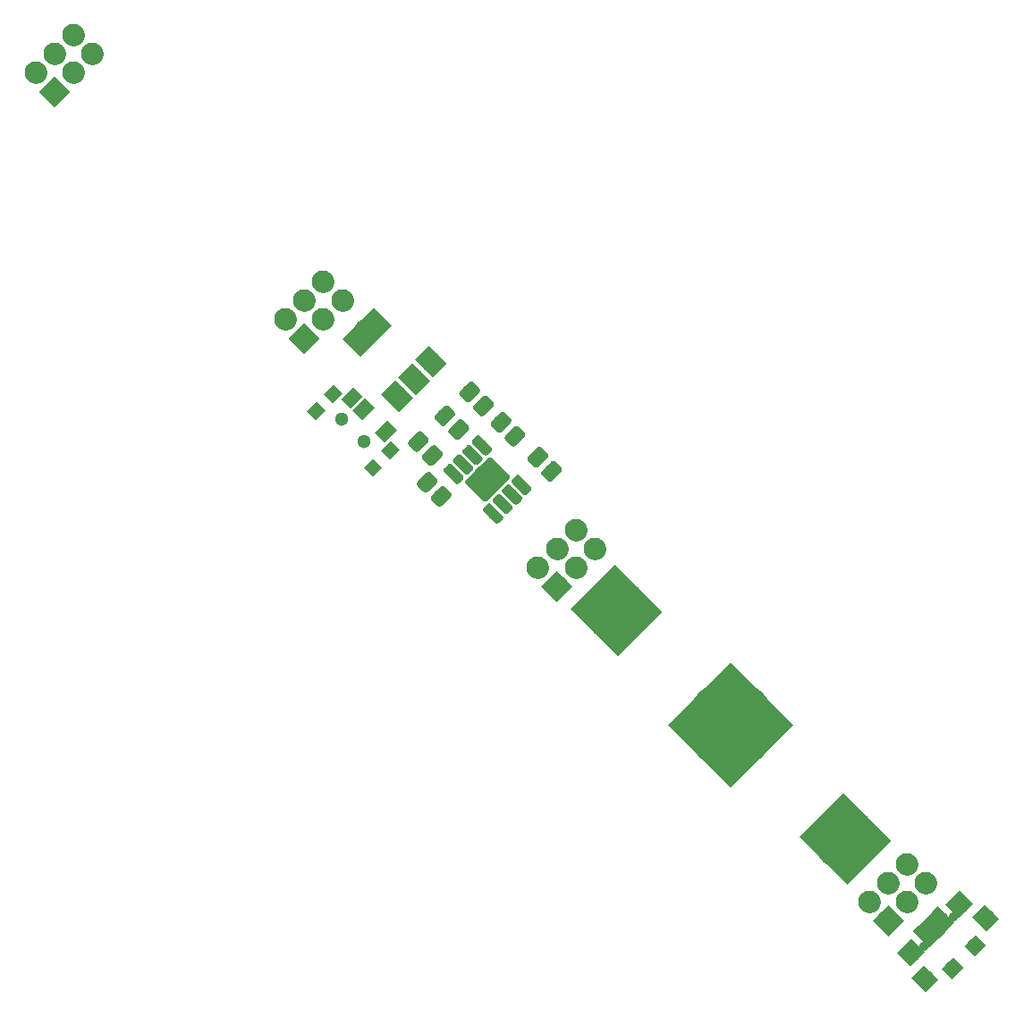
<source format=gbr>
G04 #@! TF.GenerationSoftware,KiCad,Pcbnew,5.1.2*
G04 #@! TF.CreationDate,2019-06-28T17:21:03-05:00*
G04 #@! TF.ProjectId,BatteryTotem,42617474-6572-4795-946f-74656d2e6b69,rev?*
G04 #@! TF.SameCoordinates,Original*
G04 #@! TF.FileFunction,Soldermask,Bot*
G04 #@! TF.FilePolarity,Negative*
%FSLAX46Y46*%
G04 Gerber Fmt 4.6, Leading zero omitted, Abs format (unit mm)*
G04 Created by KiCad (PCBNEW 5.1.2) date 2019-06-28 17:21:03*
%MOMM*%
%LPD*%
G04 APERTURE LIST*
%ADD10C,2.100000*%
%ADD11C,2.100000*%
%ADD12C,0.100000*%
%ADD13C,1.200000*%
%ADD14C,1.300000*%
%ADD15C,1.375000*%
%ADD16C,1.400000*%
%ADD17C,1.750000*%
%ADD18C,0.900000*%
%ADD19C,0.800000*%
%ADD20C,1.800000*%
%ADD21C,2.810000*%
%ADD22C,1.000000*%
%ADD23C,2.400000*%
%ADD24C,1.900000*%
%ADD25C,5.900000*%
%ADD26C,8.400000*%
G04 APERTURE END LIST*
D10*
X174246051Y-116328948D03*
D11*
X174246051Y-116328948D02*
X174246051Y-116328948D01*
D10*
X176042102Y-118125000D03*
D11*
X176042102Y-118125000D02*
X176042102Y-118125000D01*
D10*
X172450000Y-118125000D03*
D11*
X172450000Y-118125000D02*
X172450000Y-118125000D01*
D10*
X174246051Y-119921051D03*
D11*
X174246051Y-119921051D02*
X174246051Y-119921051D01*
D10*
X170653949Y-119921051D03*
D11*
X170653949Y-119921051D02*
X170653949Y-119921051D01*
D10*
X172450000Y-121717102D03*
D12*
G36*
X173934924Y-121717102D02*
G01*
X172450000Y-123202026D01*
X170965076Y-121717102D01*
X172450000Y-120232178D01*
X173934924Y-121717102D01*
X173934924Y-121717102D01*
G37*
D10*
X141075000Y-90042102D03*
D12*
G36*
X142559924Y-90042102D02*
G01*
X141075000Y-91527026D01*
X139590076Y-90042102D01*
X141075000Y-88557178D01*
X142559924Y-90042102D01*
X142559924Y-90042102D01*
G37*
D10*
X139278949Y-88246051D03*
D11*
X139278949Y-88246051D02*
X139278949Y-88246051D01*
D10*
X142871051Y-88246051D03*
D11*
X142871051Y-88246051D02*
X142871051Y-88246051D01*
D10*
X141075000Y-86450000D03*
D11*
X141075000Y-86450000D02*
X141075000Y-86450000D01*
D10*
X144667102Y-86450000D03*
D11*
X144667102Y-86450000D02*
X144667102Y-86450000D01*
D10*
X142871051Y-84653948D03*
D11*
X142871051Y-84653948D02*
X142871051Y-84653948D01*
D10*
X117175000Y-66525000D03*
D12*
G36*
X118659924Y-66525000D02*
G01*
X117175000Y-68009924D01*
X115690076Y-66525000D01*
X117175000Y-65040076D01*
X118659924Y-66525000D01*
X118659924Y-66525000D01*
G37*
D10*
X115378949Y-64728949D03*
D11*
X115378949Y-64728949D02*
X115378949Y-64728949D01*
D10*
X118971051Y-64728949D03*
D11*
X118971051Y-64728949D02*
X118971051Y-64728949D01*
D10*
X117175000Y-62932898D03*
D11*
X117175000Y-62932898D02*
X117175000Y-62932898D01*
D10*
X120767102Y-62932898D03*
D11*
X120767102Y-62932898D02*
X120767102Y-62932898D01*
D10*
X118971051Y-61136846D03*
D11*
X118971051Y-61136846D02*
X118971051Y-61136846D01*
D10*
X95321051Y-37778948D03*
D11*
X95321051Y-37778948D02*
X95321051Y-37778948D01*
D10*
X97117102Y-39575000D03*
D11*
X97117102Y-39575000D02*
X97117102Y-39575000D01*
D10*
X93525000Y-39575000D03*
D11*
X93525000Y-39575000D02*
X93525000Y-39575000D01*
D10*
X95321051Y-41371051D03*
D11*
X95321051Y-41371051D02*
X95321051Y-41371051D01*
D10*
X91728949Y-41371051D03*
D11*
X91728949Y-41371051D02*
X91728949Y-41371051D01*
D10*
X93525000Y-43167102D03*
D12*
G36*
X95009924Y-43167102D02*
G01*
X93525000Y-44652026D01*
X92040076Y-43167102D01*
X93525000Y-41682178D01*
X95009924Y-43167102D01*
X95009924Y-43167102D01*
G37*
D13*
X118302549Y-73384099D03*
D12*
G36*
X117418666Y-73419454D02*
G01*
X118337904Y-72500216D01*
X119186432Y-73348744D01*
X118267194Y-74267982D01*
X117418666Y-73419454D01*
X117418666Y-73419454D01*
G37*
D13*
X123676561Y-78758111D03*
D12*
G36*
X122792678Y-78793466D02*
G01*
X123711916Y-77874228D01*
X124560444Y-78722756D01*
X123641206Y-79641994D01*
X122792678Y-78793466D01*
X122792678Y-78793466D01*
G37*
D13*
X125309978Y-77138836D03*
D12*
G36*
X124426095Y-77174191D02*
G01*
X125345333Y-76254953D01*
X126193861Y-77103481D01*
X125274623Y-78022719D01*
X124426095Y-77174191D01*
X124426095Y-77174191D01*
G37*
D13*
X119928895Y-71757753D03*
D12*
G36*
X119045012Y-71793108D02*
G01*
X119964250Y-70873870D01*
X120812778Y-71722398D01*
X119893540Y-72641636D01*
X119045012Y-71793108D01*
X119045012Y-71793108D01*
G37*
D14*
X121714340Y-72164340D03*
D12*
G36*
X120671357Y-72288084D02*
G01*
X121838084Y-71121357D01*
X122757323Y-72040596D01*
X121590596Y-73207323D01*
X120671357Y-72288084D01*
X120671357Y-72288084D01*
G37*
D14*
X122775000Y-73225000D03*
D12*
G36*
X121732017Y-73348744D02*
G01*
X122898744Y-72182017D01*
X123817983Y-73101256D01*
X122651256Y-74267983D01*
X121732017Y-73348744D01*
X121732017Y-73348744D01*
G37*
D14*
X124896320Y-75346320D03*
D12*
G36*
X123853337Y-75470064D02*
G01*
X125020064Y-74303337D01*
X125939303Y-75222576D01*
X124772576Y-76389303D01*
X123853337Y-75470064D01*
X123853337Y-75470064D01*
G37*
D14*
X122863388Y-76318592D03*
X120742068Y-74197272D03*
D12*
G36*
X133008127Y-70620683D02*
G01*
X133041496Y-70625633D01*
X133074219Y-70633830D01*
X133105981Y-70645194D01*
X133136477Y-70659618D01*
X133165411Y-70676960D01*
X133192507Y-70697056D01*
X133217502Y-70719710D01*
X133703638Y-71205846D01*
X133726292Y-71230841D01*
X133746388Y-71257937D01*
X133763730Y-71286871D01*
X133778154Y-71317367D01*
X133789518Y-71349129D01*
X133797715Y-71381852D01*
X133802665Y-71415221D01*
X133804320Y-71448914D01*
X133802665Y-71482607D01*
X133797715Y-71515976D01*
X133789518Y-71548699D01*
X133778154Y-71580461D01*
X133763730Y-71610957D01*
X133746388Y-71639891D01*
X133726292Y-71666987D01*
X133703638Y-71691982D01*
X132916982Y-72478638D01*
X132891987Y-72501292D01*
X132864891Y-72521388D01*
X132835957Y-72538730D01*
X132805461Y-72553154D01*
X132773699Y-72564518D01*
X132740976Y-72572715D01*
X132707607Y-72577665D01*
X132673914Y-72579320D01*
X132640221Y-72577665D01*
X132606852Y-72572715D01*
X132574129Y-72564518D01*
X132542367Y-72553154D01*
X132511871Y-72538730D01*
X132482937Y-72521388D01*
X132455841Y-72501292D01*
X132430846Y-72478638D01*
X131944710Y-71992502D01*
X131922056Y-71967507D01*
X131901960Y-71940411D01*
X131884618Y-71911477D01*
X131870194Y-71880981D01*
X131858830Y-71849219D01*
X131850633Y-71816496D01*
X131845683Y-71783127D01*
X131844028Y-71749434D01*
X131845683Y-71715741D01*
X131850633Y-71682372D01*
X131858830Y-71649649D01*
X131870194Y-71617887D01*
X131884618Y-71587391D01*
X131901960Y-71558457D01*
X131922056Y-71531361D01*
X131944710Y-71506366D01*
X132731366Y-70719710D01*
X132756361Y-70697056D01*
X132783457Y-70676960D01*
X132812391Y-70659618D01*
X132842887Y-70645194D01*
X132874649Y-70633830D01*
X132907372Y-70625633D01*
X132940741Y-70620683D01*
X132974434Y-70619028D01*
X133008127Y-70620683D01*
X133008127Y-70620683D01*
G37*
D15*
X132824174Y-71599174D03*
D12*
G36*
X134333953Y-71946509D02*
G01*
X134367322Y-71951459D01*
X134400045Y-71959656D01*
X134431807Y-71971020D01*
X134462303Y-71985444D01*
X134491237Y-72002786D01*
X134518333Y-72022882D01*
X134543328Y-72045536D01*
X135029464Y-72531672D01*
X135052118Y-72556667D01*
X135072214Y-72583763D01*
X135089556Y-72612697D01*
X135103980Y-72643193D01*
X135115344Y-72674955D01*
X135123541Y-72707678D01*
X135128491Y-72741047D01*
X135130146Y-72774740D01*
X135128491Y-72808433D01*
X135123541Y-72841802D01*
X135115344Y-72874525D01*
X135103980Y-72906287D01*
X135089556Y-72936783D01*
X135072214Y-72965717D01*
X135052118Y-72992813D01*
X135029464Y-73017808D01*
X134242808Y-73804464D01*
X134217813Y-73827118D01*
X134190717Y-73847214D01*
X134161783Y-73864556D01*
X134131287Y-73878980D01*
X134099525Y-73890344D01*
X134066802Y-73898541D01*
X134033433Y-73903491D01*
X133999740Y-73905146D01*
X133966047Y-73903491D01*
X133932678Y-73898541D01*
X133899955Y-73890344D01*
X133868193Y-73878980D01*
X133837697Y-73864556D01*
X133808763Y-73847214D01*
X133781667Y-73827118D01*
X133756672Y-73804464D01*
X133270536Y-73318328D01*
X133247882Y-73293333D01*
X133227786Y-73266237D01*
X133210444Y-73237303D01*
X133196020Y-73206807D01*
X133184656Y-73175045D01*
X133176459Y-73142322D01*
X133171509Y-73108953D01*
X133169854Y-73075260D01*
X133171509Y-73041567D01*
X133176459Y-73008198D01*
X133184656Y-72975475D01*
X133196020Y-72943713D01*
X133210444Y-72913217D01*
X133227786Y-72884283D01*
X133247882Y-72857187D01*
X133270536Y-72832192D01*
X134057192Y-72045536D01*
X134082187Y-72022882D01*
X134109283Y-72002786D01*
X134138217Y-71985444D01*
X134168713Y-71971020D01*
X134200475Y-71959656D01*
X134233198Y-71951459D01*
X134266567Y-71946509D01*
X134300260Y-71944854D01*
X134333953Y-71946509D01*
X134333953Y-71946509D01*
G37*
D15*
X134150000Y-72925000D03*
D12*
G36*
X128158127Y-75320683D02*
G01*
X128191496Y-75325633D01*
X128224219Y-75333830D01*
X128255981Y-75345194D01*
X128286477Y-75359618D01*
X128315411Y-75376960D01*
X128342507Y-75397056D01*
X128367502Y-75419710D01*
X128853638Y-75905846D01*
X128876292Y-75930841D01*
X128896388Y-75957937D01*
X128913730Y-75986871D01*
X128928154Y-76017367D01*
X128939518Y-76049129D01*
X128947715Y-76081852D01*
X128952665Y-76115221D01*
X128954320Y-76148914D01*
X128952665Y-76182607D01*
X128947715Y-76215976D01*
X128939518Y-76248699D01*
X128928154Y-76280461D01*
X128913730Y-76310957D01*
X128896388Y-76339891D01*
X128876292Y-76366987D01*
X128853638Y-76391982D01*
X128066982Y-77178638D01*
X128041987Y-77201292D01*
X128014891Y-77221388D01*
X127985957Y-77238730D01*
X127955461Y-77253154D01*
X127923699Y-77264518D01*
X127890976Y-77272715D01*
X127857607Y-77277665D01*
X127823914Y-77279320D01*
X127790221Y-77277665D01*
X127756852Y-77272715D01*
X127724129Y-77264518D01*
X127692367Y-77253154D01*
X127661871Y-77238730D01*
X127632937Y-77221388D01*
X127605841Y-77201292D01*
X127580846Y-77178638D01*
X127094710Y-76692502D01*
X127072056Y-76667507D01*
X127051960Y-76640411D01*
X127034618Y-76611477D01*
X127020194Y-76580981D01*
X127008830Y-76549219D01*
X127000633Y-76516496D01*
X126995683Y-76483127D01*
X126994028Y-76449434D01*
X126995683Y-76415741D01*
X127000633Y-76382372D01*
X127008830Y-76349649D01*
X127020194Y-76317887D01*
X127034618Y-76287391D01*
X127051960Y-76258457D01*
X127072056Y-76231361D01*
X127094710Y-76206366D01*
X127881366Y-75419710D01*
X127906361Y-75397056D01*
X127933457Y-75376960D01*
X127962391Y-75359618D01*
X127992887Y-75345194D01*
X128024649Y-75333830D01*
X128057372Y-75325633D01*
X128090741Y-75320683D01*
X128124434Y-75319028D01*
X128158127Y-75320683D01*
X128158127Y-75320683D01*
G37*
D15*
X127974174Y-76299174D03*
D12*
G36*
X129483953Y-76646509D02*
G01*
X129517322Y-76651459D01*
X129550045Y-76659656D01*
X129581807Y-76671020D01*
X129612303Y-76685444D01*
X129641237Y-76702786D01*
X129668333Y-76722882D01*
X129693328Y-76745536D01*
X130179464Y-77231672D01*
X130202118Y-77256667D01*
X130222214Y-77283763D01*
X130239556Y-77312697D01*
X130253980Y-77343193D01*
X130265344Y-77374955D01*
X130273541Y-77407678D01*
X130278491Y-77441047D01*
X130280146Y-77474740D01*
X130278491Y-77508433D01*
X130273541Y-77541802D01*
X130265344Y-77574525D01*
X130253980Y-77606287D01*
X130239556Y-77636783D01*
X130222214Y-77665717D01*
X130202118Y-77692813D01*
X130179464Y-77717808D01*
X129392808Y-78504464D01*
X129367813Y-78527118D01*
X129340717Y-78547214D01*
X129311783Y-78564556D01*
X129281287Y-78578980D01*
X129249525Y-78590344D01*
X129216802Y-78598541D01*
X129183433Y-78603491D01*
X129149740Y-78605146D01*
X129116047Y-78603491D01*
X129082678Y-78598541D01*
X129049955Y-78590344D01*
X129018193Y-78578980D01*
X128987697Y-78564556D01*
X128958763Y-78547214D01*
X128931667Y-78527118D01*
X128906672Y-78504464D01*
X128420536Y-78018328D01*
X128397882Y-77993333D01*
X128377786Y-77966237D01*
X128360444Y-77937303D01*
X128346020Y-77906807D01*
X128334656Y-77875045D01*
X128326459Y-77842322D01*
X128321509Y-77808953D01*
X128319854Y-77775260D01*
X128321509Y-77741567D01*
X128326459Y-77708198D01*
X128334656Y-77675475D01*
X128346020Y-77643713D01*
X128360444Y-77613217D01*
X128377786Y-77584283D01*
X128397882Y-77557187D01*
X128420536Y-77532192D01*
X129207192Y-76745536D01*
X129232187Y-76722882D01*
X129259283Y-76702786D01*
X129288217Y-76685444D01*
X129318713Y-76671020D01*
X129350475Y-76659656D01*
X129383198Y-76651459D01*
X129416567Y-76646509D01*
X129450260Y-76644854D01*
X129483953Y-76646509D01*
X129483953Y-76646509D01*
G37*
D15*
X129300000Y-77625000D03*
D12*
G36*
X140783953Y-78146509D02*
G01*
X140817322Y-78151459D01*
X140850045Y-78159656D01*
X140881807Y-78171020D01*
X140912303Y-78185444D01*
X140941237Y-78202786D01*
X140968333Y-78222882D01*
X140993328Y-78245536D01*
X141479464Y-78731672D01*
X141502118Y-78756667D01*
X141522214Y-78783763D01*
X141539556Y-78812697D01*
X141553980Y-78843193D01*
X141565344Y-78874955D01*
X141573541Y-78907678D01*
X141578491Y-78941047D01*
X141580146Y-78974740D01*
X141578491Y-79008433D01*
X141573541Y-79041802D01*
X141565344Y-79074525D01*
X141553980Y-79106287D01*
X141539556Y-79136783D01*
X141522214Y-79165717D01*
X141502118Y-79192813D01*
X141479464Y-79217808D01*
X140692808Y-80004464D01*
X140667813Y-80027118D01*
X140640717Y-80047214D01*
X140611783Y-80064556D01*
X140581287Y-80078980D01*
X140549525Y-80090344D01*
X140516802Y-80098541D01*
X140483433Y-80103491D01*
X140449740Y-80105146D01*
X140416047Y-80103491D01*
X140382678Y-80098541D01*
X140349955Y-80090344D01*
X140318193Y-80078980D01*
X140287697Y-80064556D01*
X140258763Y-80047214D01*
X140231667Y-80027118D01*
X140206672Y-80004464D01*
X139720536Y-79518328D01*
X139697882Y-79493333D01*
X139677786Y-79466237D01*
X139660444Y-79437303D01*
X139646020Y-79406807D01*
X139634656Y-79375045D01*
X139626459Y-79342322D01*
X139621509Y-79308953D01*
X139619854Y-79275260D01*
X139621509Y-79241567D01*
X139626459Y-79208198D01*
X139634656Y-79175475D01*
X139646020Y-79143713D01*
X139660444Y-79113217D01*
X139677786Y-79084283D01*
X139697882Y-79057187D01*
X139720536Y-79032192D01*
X140507192Y-78245536D01*
X140532187Y-78222882D01*
X140559283Y-78202786D01*
X140588217Y-78185444D01*
X140618713Y-78171020D01*
X140650475Y-78159656D01*
X140683198Y-78151459D01*
X140716567Y-78146509D01*
X140750260Y-78144854D01*
X140783953Y-78146509D01*
X140783953Y-78146509D01*
G37*
D15*
X140600000Y-79125000D03*
D12*
G36*
X139458127Y-76820683D02*
G01*
X139491496Y-76825633D01*
X139524219Y-76833830D01*
X139555981Y-76845194D01*
X139586477Y-76859618D01*
X139615411Y-76876960D01*
X139642507Y-76897056D01*
X139667502Y-76919710D01*
X140153638Y-77405846D01*
X140176292Y-77430841D01*
X140196388Y-77457937D01*
X140213730Y-77486871D01*
X140228154Y-77517367D01*
X140239518Y-77549129D01*
X140247715Y-77581852D01*
X140252665Y-77615221D01*
X140254320Y-77648914D01*
X140252665Y-77682607D01*
X140247715Y-77715976D01*
X140239518Y-77748699D01*
X140228154Y-77780461D01*
X140213730Y-77810957D01*
X140196388Y-77839891D01*
X140176292Y-77866987D01*
X140153638Y-77891982D01*
X139366982Y-78678638D01*
X139341987Y-78701292D01*
X139314891Y-78721388D01*
X139285957Y-78738730D01*
X139255461Y-78753154D01*
X139223699Y-78764518D01*
X139190976Y-78772715D01*
X139157607Y-78777665D01*
X139123914Y-78779320D01*
X139090221Y-78777665D01*
X139056852Y-78772715D01*
X139024129Y-78764518D01*
X138992367Y-78753154D01*
X138961871Y-78738730D01*
X138932937Y-78721388D01*
X138905841Y-78701292D01*
X138880846Y-78678638D01*
X138394710Y-78192502D01*
X138372056Y-78167507D01*
X138351960Y-78140411D01*
X138334618Y-78111477D01*
X138320194Y-78080981D01*
X138308830Y-78049219D01*
X138300633Y-78016496D01*
X138295683Y-77983127D01*
X138294028Y-77949434D01*
X138295683Y-77915741D01*
X138300633Y-77882372D01*
X138308830Y-77849649D01*
X138320194Y-77817887D01*
X138334618Y-77787391D01*
X138351960Y-77758457D01*
X138372056Y-77731361D01*
X138394710Y-77706366D01*
X139181366Y-76919710D01*
X139206361Y-76897056D01*
X139233457Y-76876960D01*
X139262391Y-76859618D01*
X139292887Y-76845194D01*
X139324649Y-76833830D01*
X139357372Y-76825633D01*
X139390741Y-76820683D01*
X139424434Y-76819028D01*
X139458127Y-76820683D01*
X139458127Y-76820683D01*
G37*
D15*
X139274174Y-77799174D03*
D12*
G36*
X131984779Y-74197335D02*
G01*
X132018148Y-74202285D01*
X132050871Y-74210482D01*
X132082633Y-74221846D01*
X132113129Y-74236270D01*
X132142063Y-74253612D01*
X132169159Y-74273708D01*
X132194154Y-74296362D01*
X132680290Y-74782498D01*
X132702944Y-74807493D01*
X132723040Y-74834589D01*
X132740382Y-74863523D01*
X132754806Y-74894019D01*
X132766170Y-74925781D01*
X132774367Y-74958504D01*
X132779317Y-74991873D01*
X132780972Y-75025566D01*
X132779317Y-75059259D01*
X132774367Y-75092628D01*
X132766170Y-75125351D01*
X132754806Y-75157113D01*
X132740382Y-75187609D01*
X132723040Y-75216543D01*
X132702944Y-75243639D01*
X132680290Y-75268634D01*
X131893634Y-76055290D01*
X131868639Y-76077944D01*
X131841543Y-76098040D01*
X131812609Y-76115382D01*
X131782113Y-76129806D01*
X131750351Y-76141170D01*
X131717628Y-76149367D01*
X131684259Y-76154317D01*
X131650566Y-76155972D01*
X131616873Y-76154317D01*
X131583504Y-76149367D01*
X131550781Y-76141170D01*
X131519019Y-76129806D01*
X131488523Y-76115382D01*
X131459589Y-76098040D01*
X131432493Y-76077944D01*
X131407498Y-76055290D01*
X130921362Y-75569154D01*
X130898708Y-75544159D01*
X130878612Y-75517063D01*
X130861270Y-75488129D01*
X130846846Y-75457633D01*
X130835482Y-75425871D01*
X130827285Y-75393148D01*
X130822335Y-75359779D01*
X130820680Y-75326086D01*
X130822335Y-75292393D01*
X130827285Y-75259024D01*
X130835482Y-75226301D01*
X130846846Y-75194539D01*
X130861270Y-75164043D01*
X130878612Y-75135109D01*
X130898708Y-75108013D01*
X130921362Y-75083018D01*
X131708018Y-74296362D01*
X131733013Y-74273708D01*
X131760109Y-74253612D01*
X131789043Y-74236270D01*
X131819539Y-74221846D01*
X131851301Y-74210482D01*
X131884024Y-74202285D01*
X131917393Y-74197335D01*
X131951086Y-74195680D01*
X131984779Y-74197335D01*
X131984779Y-74197335D01*
G37*
D15*
X131800826Y-75175826D03*
D12*
G36*
X130658953Y-72871509D02*
G01*
X130692322Y-72876459D01*
X130725045Y-72884656D01*
X130756807Y-72896020D01*
X130787303Y-72910444D01*
X130816237Y-72927786D01*
X130843333Y-72947882D01*
X130868328Y-72970536D01*
X131354464Y-73456672D01*
X131377118Y-73481667D01*
X131397214Y-73508763D01*
X131414556Y-73537697D01*
X131428980Y-73568193D01*
X131440344Y-73599955D01*
X131448541Y-73632678D01*
X131453491Y-73666047D01*
X131455146Y-73699740D01*
X131453491Y-73733433D01*
X131448541Y-73766802D01*
X131440344Y-73799525D01*
X131428980Y-73831287D01*
X131414556Y-73861783D01*
X131397214Y-73890717D01*
X131377118Y-73917813D01*
X131354464Y-73942808D01*
X130567808Y-74729464D01*
X130542813Y-74752118D01*
X130515717Y-74772214D01*
X130486783Y-74789556D01*
X130456287Y-74803980D01*
X130424525Y-74815344D01*
X130391802Y-74823541D01*
X130358433Y-74828491D01*
X130324740Y-74830146D01*
X130291047Y-74828491D01*
X130257678Y-74823541D01*
X130224955Y-74815344D01*
X130193193Y-74803980D01*
X130162697Y-74789556D01*
X130133763Y-74772214D01*
X130106667Y-74752118D01*
X130081672Y-74729464D01*
X129595536Y-74243328D01*
X129572882Y-74218333D01*
X129552786Y-74191237D01*
X129535444Y-74162303D01*
X129521020Y-74131807D01*
X129509656Y-74100045D01*
X129501459Y-74067322D01*
X129496509Y-74033953D01*
X129494854Y-74000260D01*
X129496509Y-73966567D01*
X129501459Y-73933198D01*
X129509656Y-73900475D01*
X129521020Y-73868713D01*
X129535444Y-73838217D01*
X129552786Y-73809283D01*
X129572882Y-73782187D01*
X129595536Y-73757192D01*
X130382192Y-72970536D01*
X130407187Y-72947882D01*
X130434283Y-72927786D01*
X130463217Y-72910444D01*
X130493713Y-72896020D01*
X130525475Y-72884656D01*
X130558198Y-72876459D01*
X130591567Y-72871509D01*
X130625260Y-72869854D01*
X130658953Y-72871509D01*
X130658953Y-72871509D01*
G37*
D15*
X130475000Y-73850000D03*
D16*
X178572361Y-126205203D03*
D12*
G36*
X178607716Y-125179898D02*
G01*
X179597666Y-126169848D01*
X178537006Y-127230508D01*
X177547056Y-126240558D01*
X178607716Y-125179898D01*
X178607716Y-125179898D01*
G37*
D16*
X180693681Y-124083883D03*
D12*
G36*
X180729036Y-123058578D02*
G01*
X181718986Y-124048528D01*
X180658326Y-125109188D01*
X179668376Y-124119238D01*
X180729036Y-123058578D01*
X180729036Y-123058578D01*
G37*
D17*
X175917175Y-127191617D03*
D12*
G36*
X175864142Y-125901147D02*
G01*
X177207645Y-127244650D01*
X175970208Y-128482087D01*
X174626705Y-127138584D01*
X175864142Y-125901147D01*
X175864142Y-125901147D01*
G37*
D17*
X181680095Y-121428697D03*
D12*
G36*
X181627062Y-120138227D02*
G01*
X182970565Y-121481730D01*
X181733128Y-122719167D01*
X180389625Y-121375664D01*
X181627062Y-120138227D01*
X181627062Y-120138227D01*
G37*
D18*
X175814645Y-124154594D03*
X178643072Y-121326167D03*
D19*
X175850000Y-123200000D03*
D12*
G36*
X175355025Y-122139340D02*
G01*
X176910660Y-123694975D01*
X176344975Y-124260660D01*
X174789340Y-122705025D01*
X175355025Y-122139340D01*
X175355025Y-122139340D01*
G37*
D19*
X177688478Y-121361522D03*
D12*
G36*
X177193503Y-120300862D02*
G01*
X178749138Y-121856497D01*
X178183453Y-122422182D01*
X176627818Y-120866547D01*
X177193503Y-120300862D01*
X177193503Y-120300862D01*
G37*
D19*
X176309619Y-122740380D03*
D12*
G36*
X175814644Y-121679720D02*
G01*
X177370279Y-123235355D01*
X176804594Y-123801040D01*
X175248959Y-122245405D01*
X175814644Y-121679720D01*
X175814644Y-121679720D01*
G37*
D19*
X177228858Y-121821141D03*
D12*
G36*
X176733883Y-120760481D02*
G01*
X178289518Y-122316116D01*
X177723833Y-122881801D01*
X176168198Y-121326166D01*
X176733883Y-120760481D01*
X176733883Y-120760481D01*
G37*
D19*
X176769239Y-122280761D03*
D12*
G36*
X176274264Y-121220101D02*
G01*
X177829899Y-122775736D01*
X177264214Y-123341421D01*
X175708579Y-121785786D01*
X176274264Y-121220101D01*
X176274264Y-121220101D01*
G37*
D20*
X174612563Y-124720279D03*
D12*
G36*
X174647918Y-123412131D02*
G01*
X175920711Y-124684924D01*
X174577208Y-126028427D01*
X173304415Y-124755634D01*
X174647918Y-123412131D01*
X174647918Y-123412131D01*
G37*
D20*
X179208757Y-120124085D03*
D12*
G36*
X179244112Y-118815937D02*
G01*
X180516905Y-120088730D01*
X179173402Y-121432233D01*
X177900609Y-120159440D01*
X179244112Y-118815937D01*
X179244112Y-118815937D01*
G37*
G36*
X128996040Y-79183596D02*
G01*
X129029409Y-79188546D01*
X129062132Y-79196743D01*
X129093894Y-79208107D01*
X129124390Y-79222531D01*
X129153324Y-79239873D01*
X129180420Y-79259969D01*
X129205415Y-79282623D01*
X129691551Y-79768759D01*
X129714205Y-79793754D01*
X129734301Y-79820850D01*
X129751643Y-79849784D01*
X129766067Y-79880280D01*
X129777431Y-79912042D01*
X129785628Y-79944765D01*
X129790578Y-79978134D01*
X129792233Y-80011827D01*
X129790578Y-80045520D01*
X129785628Y-80078889D01*
X129777431Y-80111612D01*
X129766067Y-80143374D01*
X129751643Y-80173870D01*
X129734301Y-80202804D01*
X129714205Y-80229900D01*
X129691551Y-80254895D01*
X128904895Y-81041551D01*
X128879900Y-81064205D01*
X128852804Y-81084301D01*
X128823870Y-81101643D01*
X128793374Y-81116067D01*
X128761612Y-81127431D01*
X128728889Y-81135628D01*
X128695520Y-81140578D01*
X128661827Y-81142233D01*
X128628134Y-81140578D01*
X128594765Y-81135628D01*
X128562042Y-81127431D01*
X128530280Y-81116067D01*
X128499784Y-81101643D01*
X128470850Y-81084301D01*
X128443754Y-81064205D01*
X128418759Y-81041551D01*
X127932623Y-80555415D01*
X127909969Y-80530420D01*
X127889873Y-80503324D01*
X127872531Y-80474390D01*
X127858107Y-80443894D01*
X127846743Y-80412132D01*
X127838546Y-80379409D01*
X127833596Y-80346040D01*
X127831941Y-80312347D01*
X127833596Y-80278654D01*
X127838546Y-80245285D01*
X127846743Y-80212562D01*
X127858107Y-80180800D01*
X127872531Y-80150304D01*
X127889873Y-80121370D01*
X127909969Y-80094274D01*
X127932623Y-80069279D01*
X128719279Y-79282623D01*
X128744274Y-79259969D01*
X128771370Y-79239873D01*
X128800304Y-79222531D01*
X128830800Y-79208107D01*
X128862562Y-79196743D01*
X128895285Y-79188546D01*
X128928654Y-79183596D01*
X128962347Y-79181941D01*
X128996040Y-79183596D01*
X128996040Y-79183596D01*
G37*
D15*
X128812087Y-80162087D03*
D12*
G36*
X130321866Y-80509422D02*
G01*
X130355235Y-80514372D01*
X130387958Y-80522569D01*
X130419720Y-80533933D01*
X130450216Y-80548357D01*
X130479150Y-80565699D01*
X130506246Y-80585795D01*
X130531241Y-80608449D01*
X131017377Y-81094585D01*
X131040031Y-81119580D01*
X131060127Y-81146676D01*
X131077469Y-81175610D01*
X131091893Y-81206106D01*
X131103257Y-81237868D01*
X131111454Y-81270591D01*
X131116404Y-81303960D01*
X131118059Y-81337653D01*
X131116404Y-81371346D01*
X131111454Y-81404715D01*
X131103257Y-81437438D01*
X131091893Y-81469200D01*
X131077469Y-81499696D01*
X131060127Y-81528630D01*
X131040031Y-81555726D01*
X131017377Y-81580721D01*
X130230721Y-82367377D01*
X130205726Y-82390031D01*
X130178630Y-82410127D01*
X130149696Y-82427469D01*
X130119200Y-82441893D01*
X130087438Y-82453257D01*
X130054715Y-82461454D01*
X130021346Y-82466404D01*
X129987653Y-82468059D01*
X129953960Y-82466404D01*
X129920591Y-82461454D01*
X129887868Y-82453257D01*
X129856106Y-82441893D01*
X129825610Y-82427469D01*
X129796676Y-82410127D01*
X129769580Y-82390031D01*
X129744585Y-82367377D01*
X129258449Y-81881241D01*
X129235795Y-81856246D01*
X129215699Y-81829150D01*
X129198357Y-81800216D01*
X129183933Y-81769720D01*
X129172569Y-81737958D01*
X129164372Y-81705235D01*
X129159422Y-81671866D01*
X129157767Y-81638173D01*
X129159422Y-81604480D01*
X129164372Y-81571111D01*
X129172569Y-81538388D01*
X129183933Y-81506626D01*
X129198357Y-81476130D01*
X129215699Y-81447196D01*
X129235795Y-81420100D01*
X129258449Y-81395105D01*
X130045105Y-80608449D01*
X130070100Y-80585795D01*
X130097196Y-80565699D01*
X130126130Y-80548357D01*
X130156626Y-80533933D01*
X130188388Y-80522569D01*
X130221111Y-80514372D01*
X130254480Y-80509422D01*
X130288173Y-80507767D01*
X130321866Y-80509422D01*
X130321866Y-80509422D01*
G37*
D15*
X130137913Y-81487913D03*
D12*
G36*
X135983953Y-73496509D02*
G01*
X136017322Y-73501459D01*
X136050045Y-73509656D01*
X136081807Y-73521020D01*
X136112303Y-73535444D01*
X136141237Y-73552786D01*
X136168333Y-73572882D01*
X136193328Y-73595536D01*
X136679464Y-74081672D01*
X136702118Y-74106667D01*
X136722214Y-74133763D01*
X136739556Y-74162697D01*
X136753980Y-74193193D01*
X136765344Y-74224955D01*
X136773541Y-74257678D01*
X136778491Y-74291047D01*
X136780146Y-74324740D01*
X136778491Y-74358433D01*
X136773541Y-74391802D01*
X136765344Y-74424525D01*
X136753980Y-74456287D01*
X136739556Y-74486783D01*
X136722214Y-74515717D01*
X136702118Y-74542813D01*
X136679464Y-74567808D01*
X135892808Y-75354464D01*
X135867813Y-75377118D01*
X135840717Y-75397214D01*
X135811783Y-75414556D01*
X135781287Y-75428980D01*
X135749525Y-75440344D01*
X135716802Y-75448541D01*
X135683433Y-75453491D01*
X135649740Y-75455146D01*
X135616047Y-75453491D01*
X135582678Y-75448541D01*
X135549955Y-75440344D01*
X135518193Y-75428980D01*
X135487697Y-75414556D01*
X135458763Y-75397214D01*
X135431667Y-75377118D01*
X135406672Y-75354464D01*
X134920536Y-74868328D01*
X134897882Y-74843333D01*
X134877786Y-74816237D01*
X134860444Y-74787303D01*
X134846020Y-74756807D01*
X134834656Y-74725045D01*
X134826459Y-74692322D01*
X134821509Y-74658953D01*
X134819854Y-74625260D01*
X134821509Y-74591567D01*
X134826459Y-74558198D01*
X134834656Y-74525475D01*
X134846020Y-74493713D01*
X134860444Y-74463217D01*
X134877786Y-74434283D01*
X134897882Y-74407187D01*
X134920536Y-74382192D01*
X135707192Y-73595536D01*
X135732187Y-73572882D01*
X135759283Y-73552786D01*
X135788217Y-73535444D01*
X135818713Y-73521020D01*
X135850475Y-73509656D01*
X135883198Y-73501459D01*
X135916567Y-73496509D01*
X135950260Y-73494854D01*
X135983953Y-73496509D01*
X135983953Y-73496509D01*
G37*
D15*
X135800000Y-74475000D03*
D12*
G36*
X137309779Y-74822335D02*
G01*
X137343148Y-74827285D01*
X137375871Y-74835482D01*
X137407633Y-74846846D01*
X137438129Y-74861270D01*
X137467063Y-74878612D01*
X137494159Y-74898708D01*
X137519154Y-74921362D01*
X138005290Y-75407498D01*
X138027944Y-75432493D01*
X138048040Y-75459589D01*
X138065382Y-75488523D01*
X138079806Y-75519019D01*
X138091170Y-75550781D01*
X138099367Y-75583504D01*
X138104317Y-75616873D01*
X138105972Y-75650566D01*
X138104317Y-75684259D01*
X138099367Y-75717628D01*
X138091170Y-75750351D01*
X138079806Y-75782113D01*
X138065382Y-75812609D01*
X138048040Y-75841543D01*
X138027944Y-75868639D01*
X138005290Y-75893634D01*
X137218634Y-76680290D01*
X137193639Y-76702944D01*
X137166543Y-76723040D01*
X137137609Y-76740382D01*
X137107113Y-76754806D01*
X137075351Y-76766170D01*
X137042628Y-76774367D01*
X137009259Y-76779317D01*
X136975566Y-76780972D01*
X136941873Y-76779317D01*
X136908504Y-76774367D01*
X136875781Y-76766170D01*
X136844019Y-76754806D01*
X136813523Y-76740382D01*
X136784589Y-76723040D01*
X136757493Y-76702944D01*
X136732498Y-76680290D01*
X136246362Y-76194154D01*
X136223708Y-76169159D01*
X136203612Y-76142063D01*
X136186270Y-76113129D01*
X136171846Y-76082633D01*
X136160482Y-76050871D01*
X136152285Y-76018148D01*
X136147335Y-75984779D01*
X136145680Y-75951086D01*
X136147335Y-75917393D01*
X136152285Y-75884024D01*
X136160482Y-75851301D01*
X136171846Y-75819539D01*
X136186270Y-75789043D01*
X136203612Y-75760109D01*
X136223708Y-75733013D01*
X136246362Y-75708018D01*
X137033018Y-74921362D01*
X137058013Y-74898708D01*
X137085109Y-74878612D01*
X137114043Y-74861270D01*
X137144539Y-74846846D01*
X137176301Y-74835482D01*
X137209024Y-74827285D01*
X137242393Y-74822335D01*
X137276086Y-74820680D01*
X137309779Y-74822335D01*
X137309779Y-74822335D01*
G37*
D15*
X137125826Y-75800826D03*
D12*
G36*
X134797523Y-77791222D02*
G01*
X134825819Y-77795419D01*
X134853568Y-77802370D01*
X134880501Y-77812007D01*
X134906360Y-77824237D01*
X134930896Y-77838943D01*
X134953873Y-77855984D01*
X134975068Y-77875194D01*
X136549806Y-79449932D01*
X136569016Y-79471127D01*
X136586057Y-79494104D01*
X136600763Y-79518640D01*
X136612993Y-79544499D01*
X136622630Y-79571432D01*
X136629581Y-79599181D01*
X136633778Y-79627477D01*
X136635182Y-79656048D01*
X136633778Y-79684619D01*
X136629581Y-79712915D01*
X136622630Y-79740664D01*
X136612993Y-79767597D01*
X136600763Y-79793456D01*
X136586057Y-79817992D01*
X136569016Y-79840969D01*
X136549806Y-79862164D01*
X134487164Y-81924806D01*
X134465969Y-81944016D01*
X134442992Y-81961057D01*
X134418456Y-81975763D01*
X134392597Y-81987993D01*
X134365664Y-81997630D01*
X134337915Y-82004581D01*
X134309619Y-82008778D01*
X134281048Y-82010182D01*
X134252477Y-82008778D01*
X134224181Y-82004581D01*
X134196432Y-81997630D01*
X134169499Y-81987993D01*
X134143640Y-81975763D01*
X134119104Y-81961057D01*
X134096127Y-81944016D01*
X134074932Y-81924806D01*
X132500194Y-80350068D01*
X132480984Y-80328873D01*
X132463943Y-80305896D01*
X132449237Y-80281360D01*
X132437007Y-80255501D01*
X132427370Y-80228568D01*
X132420419Y-80200819D01*
X132416222Y-80172523D01*
X132414818Y-80143952D01*
X132416222Y-80115381D01*
X132420419Y-80087085D01*
X132427370Y-80059336D01*
X132437007Y-80032403D01*
X132449237Y-80006544D01*
X132463943Y-79982008D01*
X132480984Y-79959031D01*
X132500194Y-79937836D01*
X134562836Y-77875194D01*
X134584031Y-77855984D01*
X134607008Y-77838943D01*
X134631544Y-77824237D01*
X134657403Y-77812007D01*
X134684336Y-77802370D01*
X134712085Y-77795419D01*
X134740381Y-77791222D01*
X134768952Y-77789818D01*
X134797523Y-77791222D01*
X134797523Y-77791222D01*
G37*
D21*
X134525000Y-79900000D03*
D12*
G36*
X130975080Y-78417302D02*
G01*
X130999349Y-78420902D01*
X131023147Y-78426863D01*
X131046247Y-78435128D01*
X131068425Y-78445618D01*
X131089469Y-78458231D01*
X131109174Y-78472845D01*
X131127353Y-78489321D01*
X132188013Y-79549981D01*
X132204489Y-79568160D01*
X132219103Y-79587865D01*
X132231716Y-79608909D01*
X132242206Y-79631087D01*
X132250471Y-79654187D01*
X132256432Y-79677985D01*
X132260032Y-79702254D01*
X132261236Y-79726758D01*
X132260032Y-79751262D01*
X132256432Y-79775531D01*
X132250471Y-79799329D01*
X132242206Y-79822429D01*
X132231716Y-79844607D01*
X132219103Y-79865651D01*
X132204489Y-79885356D01*
X132188013Y-79903535D01*
X131834459Y-80257089D01*
X131816280Y-80273565D01*
X131796575Y-80288179D01*
X131775531Y-80300792D01*
X131753353Y-80311282D01*
X131730253Y-80319547D01*
X131706455Y-80325508D01*
X131682186Y-80329108D01*
X131657682Y-80330312D01*
X131633178Y-80329108D01*
X131608909Y-80325508D01*
X131585111Y-80319547D01*
X131562011Y-80311282D01*
X131539833Y-80300792D01*
X131518789Y-80288179D01*
X131499084Y-80273565D01*
X131480905Y-80257089D01*
X130420245Y-79196429D01*
X130403769Y-79178250D01*
X130389155Y-79158545D01*
X130376542Y-79137501D01*
X130366052Y-79115323D01*
X130357787Y-79092223D01*
X130351826Y-79068425D01*
X130348226Y-79044156D01*
X130347022Y-79019652D01*
X130348226Y-78995148D01*
X130351826Y-78970879D01*
X130357787Y-78947081D01*
X130366052Y-78923981D01*
X130376542Y-78901803D01*
X130389155Y-78880759D01*
X130403769Y-78861054D01*
X130420245Y-78842875D01*
X130773799Y-78489321D01*
X130791978Y-78472845D01*
X130811683Y-78458231D01*
X130832727Y-78445618D01*
X130854905Y-78435128D01*
X130878005Y-78426863D01*
X130901803Y-78420902D01*
X130926072Y-78417302D01*
X130950576Y-78416098D01*
X130975080Y-78417302D01*
X130975080Y-78417302D01*
G37*
D22*
X131304129Y-79373205D03*
D12*
G36*
X131873105Y-77519277D02*
G01*
X131897374Y-77522877D01*
X131921172Y-77528838D01*
X131944272Y-77537103D01*
X131966450Y-77547593D01*
X131987494Y-77560206D01*
X132007199Y-77574820D01*
X132025378Y-77591296D01*
X133086038Y-78651956D01*
X133102514Y-78670135D01*
X133117128Y-78689840D01*
X133129741Y-78710884D01*
X133140231Y-78733062D01*
X133148496Y-78756162D01*
X133154457Y-78779960D01*
X133158057Y-78804229D01*
X133159261Y-78828733D01*
X133158057Y-78853237D01*
X133154457Y-78877506D01*
X133148496Y-78901304D01*
X133140231Y-78924404D01*
X133129741Y-78946582D01*
X133117128Y-78967626D01*
X133102514Y-78987331D01*
X133086038Y-79005510D01*
X132732484Y-79359064D01*
X132714305Y-79375540D01*
X132694600Y-79390154D01*
X132673556Y-79402767D01*
X132651378Y-79413257D01*
X132628278Y-79421522D01*
X132604480Y-79427483D01*
X132580211Y-79431083D01*
X132555707Y-79432287D01*
X132531203Y-79431083D01*
X132506934Y-79427483D01*
X132483136Y-79421522D01*
X132460036Y-79413257D01*
X132437858Y-79402767D01*
X132416814Y-79390154D01*
X132397109Y-79375540D01*
X132378930Y-79359064D01*
X131318270Y-78298404D01*
X131301794Y-78280225D01*
X131287180Y-78260520D01*
X131274567Y-78239476D01*
X131264077Y-78217298D01*
X131255812Y-78194198D01*
X131249851Y-78170400D01*
X131246251Y-78146131D01*
X131245047Y-78121627D01*
X131246251Y-78097123D01*
X131249851Y-78072854D01*
X131255812Y-78049056D01*
X131264077Y-78025956D01*
X131274567Y-78003778D01*
X131287180Y-77982734D01*
X131301794Y-77963029D01*
X131318270Y-77944850D01*
X131671824Y-77591296D01*
X131690003Y-77574820D01*
X131709708Y-77560206D01*
X131730752Y-77547593D01*
X131752930Y-77537103D01*
X131776030Y-77528838D01*
X131799828Y-77522877D01*
X131824097Y-77519277D01*
X131848601Y-77518073D01*
X131873105Y-77519277D01*
X131873105Y-77519277D01*
G37*
D22*
X132202154Y-78475180D03*
D12*
G36*
X132771131Y-76621251D02*
G01*
X132795400Y-76624851D01*
X132819198Y-76630812D01*
X132842298Y-76639077D01*
X132864476Y-76649567D01*
X132885520Y-76662180D01*
X132905225Y-76676794D01*
X132923404Y-76693270D01*
X133984064Y-77753930D01*
X134000540Y-77772109D01*
X134015154Y-77791814D01*
X134027767Y-77812858D01*
X134038257Y-77835036D01*
X134046522Y-77858136D01*
X134052483Y-77881934D01*
X134056083Y-77906203D01*
X134057287Y-77930707D01*
X134056083Y-77955211D01*
X134052483Y-77979480D01*
X134046522Y-78003278D01*
X134038257Y-78026378D01*
X134027767Y-78048556D01*
X134015154Y-78069600D01*
X134000540Y-78089305D01*
X133984064Y-78107484D01*
X133630510Y-78461038D01*
X133612331Y-78477514D01*
X133592626Y-78492128D01*
X133571582Y-78504741D01*
X133549404Y-78515231D01*
X133526304Y-78523496D01*
X133502506Y-78529457D01*
X133478237Y-78533057D01*
X133453733Y-78534261D01*
X133429229Y-78533057D01*
X133404960Y-78529457D01*
X133381162Y-78523496D01*
X133358062Y-78515231D01*
X133335884Y-78504741D01*
X133314840Y-78492128D01*
X133295135Y-78477514D01*
X133276956Y-78461038D01*
X132216296Y-77400378D01*
X132199820Y-77382199D01*
X132185206Y-77362494D01*
X132172593Y-77341450D01*
X132162103Y-77319272D01*
X132153838Y-77296172D01*
X132147877Y-77272374D01*
X132144277Y-77248105D01*
X132143073Y-77223601D01*
X132144277Y-77199097D01*
X132147877Y-77174828D01*
X132153838Y-77151030D01*
X132162103Y-77127930D01*
X132172593Y-77105752D01*
X132185206Y-77084708D01*
X132199820Y-77065003D01*
X132216296Y-77046824D01*
X132569850Y-76693270D01*
X132588029Y-76676794D01*
X132607734Y-76662180D01*
X132628778Y-76649567D01*
X132650956Y-76639077D01*
X132674056Y-76630812D01*
X132697854Y-76624851D01*
X132722123Y-76621251D01*
X132746627Y-76620047D01*
X132771131Y-76621251D01*
X132771131Y-76621251D01*
G37*
D22*
X133100180Y-77577154D03*
D12*
G36*
X133669156Y-75723226D02*
G01*
X133693425Y-75726826D01*
X133717223Y-75732787D01*
X133740323Y-75741052D01*
X133762501Y-75751542D01*
X133783545Y-75764155D01*
X133803250Y-75778769D01*
X133821429Y-75795245D01*
X134882089Y-76855905D01*
X134898565Y-76874084D01*
X134913179Y-76893789D01*
X134925792Y-76914833D01*
X134936282Y-76937011D01*
X134944547Y-76960111D01*
X134950508Y-76983909D01*
X134954108Y-77008178D01*
X134955312Y-77032682D01*
X134954108Y-77057186D01*
X134950508Y-77081455D01*
X134944547Y-77105253D01*
X134936282Y-77128353D01*
X134925792Y-77150531D01*
X134913179Y-77171575D01*
X134898565Y-77191280D01*
X134882089Y-77209459D01*
X134528535Y-77563013D01*
X134510356Y-77579489D01*
X134490651Y-77594103D01*
X134469607Y-77606716D01*
X134447429Y-77617206D01*
X134424329Y-77625471D01*
X134400531Y-77631432D01*
X134376262Y-77635032D01*
X134351758Y-77636236D01*
X134327254Y-77635032D01*
X134302985Y-77631432D01*
X134279187Y-77625471D01*
X134256087Y-77617206D01*
X134233909Y-77606716D01*
X134212865Y-77594103D01*
X134193160Y-77579489D01*
X134174981Y-77563013D01*
X133114321Y-76502353D01*
X133097845Y-76484174D01*
X133083231Y-76464469D01*
X133070618Y-76443425D01*
X133060128Y-76421247D01*
X133051863Y-76398147D01*
X133045902Y-76374349D01*
X133042302Y-76350080D01*
X133041098Y-76325576D01*
X133042302Y-76301072D01*
X133045902Y-76276803D01*
X133051863Y-76253005D01*
X133060128Y-76229905D01*
X133070618Y-76207727D01*
X133083231Y-76186683D01*
X133097845Y-76166978D01*
X133114321Y-76148799D01*
X133467875Y-75795245D01*
X133486054Y-75778769D01*
X133505759Y-75764155D01*
X133526803Y-75751542D01*
X133548981Y-75741052D01*
X133572081Y-75732787D01*
X133595879Y-75726826D01*
X133620148Y-75723226D01*
X133644652Y-75722022D01*
X133669156Y-75723226D01*
X133669156Y-75723226D01*
G37*
D22*
X133998205Y-76679129D03*
D12*
G36*
X137416822Y-79470892D02*
G01*
X137441091Y-79474492D01*
X137464889Y-79480453D01*
X137487989Y-79488718D01*
X137510167Y-79499208D01*
X137531211Y-79511821D01*
X137550916Y-79526435D01*
X137569095Y-79542911D01*
X138629755Y-80603571D01*
X138646231Y-80621750D01*
X138660845Y-80641455D01*
X138673458Y-80662499D01*
X138683948Y-80684677D01*
X138692213Y-80707777D01*
X138698174Y-80731575D01*
X138701774Y-80755844D01*
X138702978Y-80780348D01*
X138701774Y-80804852D01*
X138698174Y-80829121D01*
X138692213Y-80852919D01*
X138683948Y-80876019D01*
X138673458Y-80898197D01*
X138660845Y-80919241D01*
X138646231Y-80938946D01*
X138629755Y-80957125D01*
X138276201Y-81310679D01*
X138258022Y-81327155D01*
X138238317Y-81341769D01*
X138217273Y-81354382D01*
X138195095Y-81364872D01*
X138171995Y-81373137D01*
X138148197Y-81379098D01*
X138123928Y-81382698D01*
X138099424Y-81383902D01*
X138074920Y-81382698D01*
X138050651Y-81379098D01*
X138026853Y-81373137D01*
X138003753Y-81364872D01*
X137981575Y-81354382D01*
X137960531Y-81341769D01*
X137940826Y-81327155D01*
X137922647Y-81310679D01*
X136861987Y-80250019D01*
X136845511Y-80231840D01*
X136830897Y-80212135D01*
X136818284Y-80191091D01*
X136807794Y-80168913D01*
X136799529Y-80145813D01*
X136793568Y-80122015D01*
X136789968Y-80097746D01*
X136788764Y-80073242D01*
X136789968Y-80048738D01*
X136793568Y-80024469D01*
X136799529Y-80000671D01*
X136807794Y-79977571D01*
X136818284Y-79955393D01*
X136830897Y-79934349D01*
X136845511Y-79914644D01*
X136861987Y-79896465D01*
X137215541Y-79542911D01*
X137233720Y-79526435D01*
X137253425Y-79511821D01*
X137274469Y-79499208D01*
X137296647Y-79488718D01*
X137319747Y-79480453D01*
X137343545Y-79474492D01*
X137367814Y-79470892D01*
X137392318Y-79469688D01*
X137416822Y-79470892D01*
X137416822Y-79470892D01*
G37*
D22*
X137745871Y-80426795D03*
D12*
G36*
X136518797Y-80368917D02*
G01*
X136543066Y-80372517D01*
X136566864Y-80378478D01*
X136589964Y-80386743D01*
X136612142Y-80397233D01*
X136633186Y-80409846D01*
X136652891Y-80424460D01*
X136671070Y-80440936D01*
X137731730Y-81501596D01*
X137748206Y-81519775D01*
X137762820Y-81539480D01*
X137775433Y-81560524D01*
X137785923Y-81582702D01*
X137794188Y-81605802D01*
X137800149Y-81629600D01*
X137803749Y-81653869D01*
X137804953Y-81678373D01*
X137803749Y-81702877D01*
X137800149Y-81727146D01*
X137794188Y-81750944D01*
X137785923Y-81774044D01*
X137775433Y-81796222D01*
X137762820Y-81817266D01*
X137748206Y-81836971D01*
X137731730Y-81855150D01*
X137378176Y-82208704D01*
X137359997Y-82225180D01*
X137340292Y-82239794D01*
X137319248Y-82252407D01*
X137297070Y-82262897D01*
X137273970Y-82271162D01*
X137250172Y-82277123D01*
X137225903Y-82280723D01*
X137201399Y-82281927D01*
X137176895Y-82280723D01*
X137152626Y-82277123D01*
X137128828Y-82271162D01*
X137105728Y-82262897D01*
X137083550Y-82252407D01*
X137062506Y-82239794D01*
X137042801Y-82225180D01*
X137024622Y-82208704D01*
X135963962Y-81148044D01*
X135947486Y-81129865D01*
X135932872Y-81110160D01*
X135920259Y-81089116D01*
X135909769Y-81066938D01*
X135901504Y-81043838D01*
X135895543Y-81020040D01*
X135891943Y-80995771D01*
X135890739Y-80971267D01*
X135891943Y-80946763D01*
X135895543Y-80922494D01*
X135901504Y-80898696D01*
X135909769Y-80875596D01*
X135920259Y-80853418D01*
X135932872Y-80832374D01*
X135947486Y-80812669D01*
X135963962Y-80794490D01*
X136317516Y-80440936D01*
X136335695Y-80424460D01*
X136355400Y-80409846D01*
X136376444Y-80397233D01*
X136398622Y-80386743D01*
X136421722Y-80378478D01*
X136445520Y-80372517D01*
X136469789Y-80368917D01*
X136494293Y-80367713D01*
X136518797Y-80368917D01*
X136518797Y-80368917D01*
G37*
D22*
X136847846Y-81324820D03*
D12*
G36*
X135620771Y-81266943D02*
G01*
X135645040Y-81270543D01*
X135668838Y-81276504D01*
X135691938Y-81284769D01*
X135714116Y-81295259D01*
X135735160Y-81307872D01*
X135754865Y-81322486D01*
X135773044Y-81338962D01*
X136833704Y-82399622D01*
X136850180Y-82417801D01*
X136864794Y-82437506D01*
X136877407Y-82458550D01*
X136887897Y-82480728D01*
X136896162Y-82503828D01*
X136902123Y-82527626D01*
X136905723Y-82551895D01*
X136906927Y-82576399D01*
X136905723Y-82600903D01*
X136902123Y-82625172D01*
X136896162Y-82648970D01*
X136887897Y-82672070D01*
X136877407Y-82694248D01*
X136864794Y-82715292D01*
X136850180Y-82734997D01*
X136833704Y-82753176D01*
X136480150Y-83106730D01*
X136461971Y-83123206D01*
X136442266Y-83137820D01*
X136421222Y-83150433D01*
X136399044Y-83160923D01*
X136375944Y-83169188D01*
X136352146Y-83175149D01*
X136327877Y-83178749D01*
X136303373Y-83179953D01*
X136278869Y-83178749D01*
X136254600Y-83175149D01*
X136230802Y-83169188D01*
X136207702Y-83160923D01*
X136185524Y-83150433D01*
X136164480Y-83137820D01*
X136144775Y-83123206D01*
X136126596Y-83106730D01*
X135065936Y-82046070D01*
X135049460Y-82027891D01*
X135034846Y-82008186D01*
X135022233Y-81987142D01*
X135011743Y-81964964D01*
X135003478Y-81941864D01*
X134997517Y-81918066D01*
X134993917Y-81893797D01*
X134992713Y-81869293D01*
X134993917Y-81844789D01*
X134997517Y-81820520D01*
X135003478Y-81796722D01*
X135011743Y-81773622D01*
X135022233Y-81751444D01*
X135034846Y-81730400D01*
X135049460Y-81710695D01*
X135065936Y-81692516D01*
X135419490Y-81338962D01*
X135437669Y-81322486D01*
X135457374Y-81307872D01*
X135478418Y-81295259D01*
X135500596Y-81284769D01*
X135523696Y-81276504D01*
X135547494Y-81270543D01*
X135571763Y-81266943D01*
X135596267Y-81265739D01*
X135620771Y-81266943D01*
X135620771Y-81266943D01*
G37*
D22*
X135949820Y-82222846D03*
D12*
G36*
X134722746Y-82164968D02*
G01*
X134747015Y-82168568D01*
X134770813Y-82174529D01*
X134793913Y-82182794D01*
X134816091Y-82193284D01*
X134837135Y-82205897D01*
X134856840Y-82220511D01*
X134875019Y-82236987D01*
X135935679Y-83297647D01*
X135952155Y-83315826D01*
X135966769Y-83335531D01*
X135979382Y-83356575D01*
X135989872Y-83378753D01*
X135998137Y-83401853D01*
X136004098Y-83425651D01*
X136007698Y-83449920D01*
X136008902Y-83474424D01*
X136007698Y-83498928D01*
X136004098Y-83523197D01*
X135998137Y-83546995D01*
X135989872Y-83570095D01*
X135979382Y-83592273D01*
X135966769Y-83613317D01*
X135952155Y-83633022D01*
X135935679Y-83651201D01*
X135582125Y-84004755D01*
X135563946Y-84021231D01*
X135544241Y-84035845D01*
X135523197Y-84048458D01*
X135501019Y-84058948D01*
X135477919Y-84067213D01*
X135454121Y-84073174D01*
X135429852Y-84076774D01*
X135405348Y-84077978D01*
X135380844Y-84076774D01*
X135356575Y-84073174D01*
X135332777Y-84067213D01*
X135309677Y-84058948D01*
X135287499Y-84048458D01*
X135266455Y-84035845D01*
X135246750Y-84021231D01*
X135228571Y-84004755D01*
X134167911Y-82944095D01*
X134151435Y-82925916D01*
X134136821Y-82906211D01*
X134124208Y-82885167D01*
X134113718Y-82862989D01*
X134105453Y-82839889D01*
X134099492Y-82816091D01*
X134095892Y-82791822D01*
X134094688Y-82767318D01*
X134095892Y-82742814D01*
X134099492Y-82718545D01*
X134105453Y-82694747D01*
X134113718Y-82671647D01*
X134124208Y-82649469D01*
X134136821Y-82628425D01*
X134151435Y-82608720D01*
X134167911Y-82590541D01*
X134521465Y-82236987D01*
X134539644Y-82220511D01*
X134559349Y-82205897D01*
X134580393Y-82193284D01*
X134602571Y-82182794D01*
X134625671Y-82174529D01*
X134649469Y-82168568D01*
X134673738Y-82164968D01*
X134698242Y-82163764D01*
X134722746Y-82164968D01*
X134722746Y-82164968D01*
G37*
D22*
X135051795Y-83120871D03*
D23*
X123100000Y-65900000D03*
D12*
G36*
X125433452Y-65263604D02*
G01*
X122463604Y-68233452D01*
X120766548Y-66536396D01*
X123736396Y-63566548D01*
X125433452Y-65263604D01*
X125433452Y-65263604D01*
G37*
D24*
X127554772Y-70354772D03*
D12*
G36*
X129075052Y-70531549D02*
G01*
X127731549Y-71875052D01*
X126034492Y-70177995D01*
X127377995Y-68834492D01*
X129075052Y-70531549D01*
X129075052Y-70531549D01*
G37*
D24*
X125928427Y-71981118D03*
D12*
G36*
X127448707Y-72157895D02*
G01*
X126105204Y-73501398D01*
X124408147Y-71804341D01*
X125751650Y-70460838D01*
X127448707Y-72157895D01*
X127448707Y-72157895D01*
G37*
D24*
X129181118Y-68728427D03*
D12*
G36*
X130701398Y-68905204D02*
G01*
X129357895Y-70248707D01*
X127660838Y-68551650D01*
X129004341Y-67208147D01*
X130701398Y-68905204D01*
X130701398Y-68905204D01*
G37*
D25*
X146731266Y-92306266D03*
D12*
G36*
X142382559Y-92129489D02*
G01*
X146554489Y-87957559D01*
X151079973Y-92483043D01*
X146908043Y-96654973D01*
X142382559Y-92129489D01*
X142382559Y-92129489D01*
G37*
D25*
X168368734Y-113943734D03*
D12*
G36*
X164020027Y-113766957D02*
G01*
X168191957Y-109595027D01*
X172717441Y-114120511D01*
X168545511Y-118292441D01*
X164020027Y-113766957D01*
X164020027Y-113766957D01*
G37*
D26*
X157550000Y-103125000D03*
D12*
G36*
X151610303Y-103125000D02*
G01*
X157550000Y-97185303D01*
X163489697Y-103125000D01*
X157550000Y-109064697D01*
X151610303Y-103125000D01*
X151610303Y-103125000D01*
G37*
M02*

</source>
